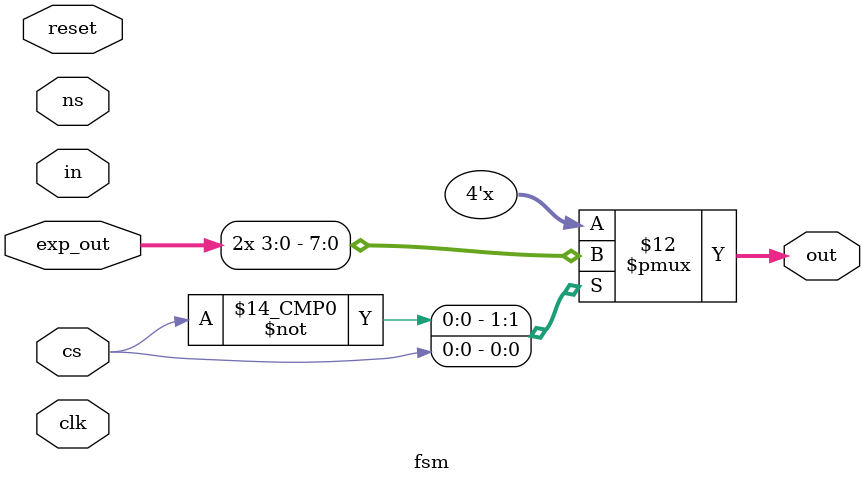
<source format=v>
module fsm(input clk, input reset, input in, input cs, input ns, input [3:0] exp_out, output reg [3:0] out);
    parameter ZERO = 0, ONE = 1;
    reg state;
    reg next_state;

    always @(posedge clk) begin
        if (reset) state <= ZERO;  //cs - current state
        else state <= next_state; //ns - next state
    end

    always @(in or cs) begin
        case(cs) 
            ZERO: begin
                case(in) 
                    ZERO: begin
                        next_state <= ns;
                    end
                    ONE: begin
                        next_state <= ns;
                    end
                endcase
                out <= exp_out;
            end
            ONE: begin
                case(in) 
                    ZERO: begin
                        next_state <= ns;
                    end
                    ONE: begin
                        next_state <= ns;
                    end
                endcase
                out <= exp_out;
            end
        endcase
    end
endmodule
</source>
